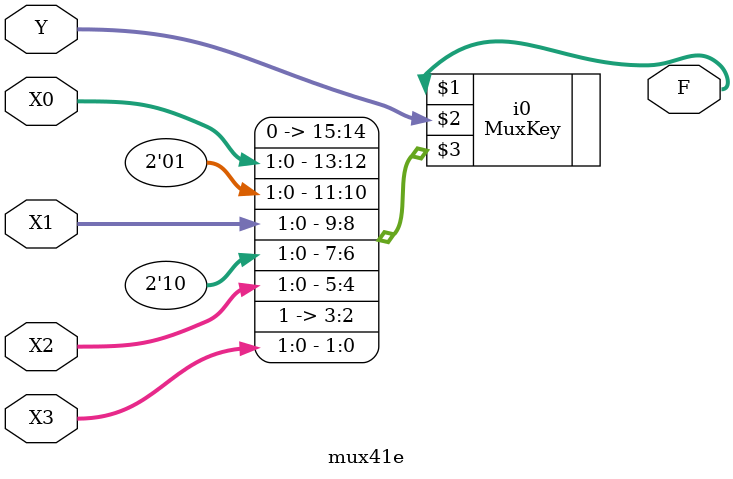
<source format=v>
`include"MuxKey.v"
module mux41e(X0,X1,X2,X3,Y,F);
  input   [1:0]X0,X1,X2,X3,Y;
  output  [1:0]F;
  MuxKey #(4, 2, 2) i0 (F, Y, {
    2'b00, X0,
    2'b01, X1,
    2'b10, X2,
    2'b11, X3
  });
endmodule


</source>
